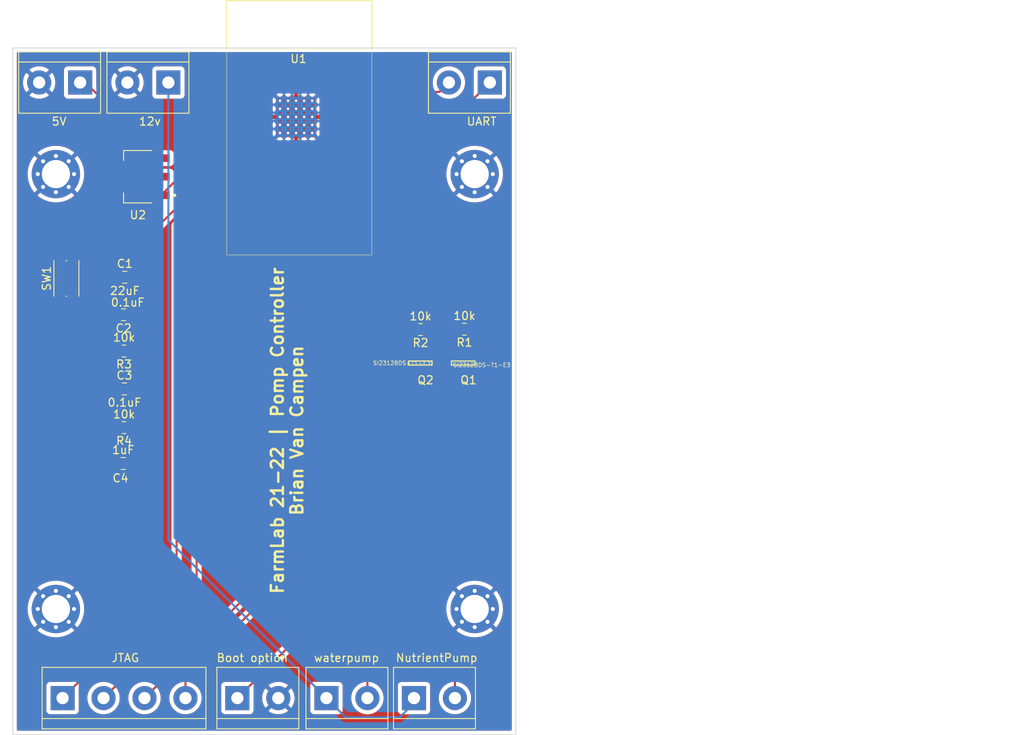
<source format=kicad_pcb>
(kicad_pcb (version 20211014) (generator pcbnew)
  (layers (0 "F.Cu" signal) (31 "B.Cu" signal) (34 "B.Paste" user) (35 "F.Paste" user) (36 "B.SilkS" user "B.Silkscreen") (37 "F.SilkS" user "F.Silkscreen") (38 "B.Mask" user) (39 "F.Mask" user) (44 "Edge.Cuts" user))
  (net 0 "")
  (net 1 "12V")
  (net 2 "BOOT")
  (net 3 "5V")
  (net 4 "MTMS")
  (net 5 "GND")
  (net 6 "MTDI")
  (net 7 "3V3")
  (net 8 "EN")
  (net 9 "Net-(C4-Pad2)")
  (net 12 "TXD0")
  (net 13 "RXD0")
  (net 19 "unconnected-(U1-Pad26)")
  (net 21 "MTCK")
  (net 24 "unconnected-(U1-Pad20)")
  (net 25 "unconnected-(U1-Pad19)")
  (net 28 "MTDO")
  (net 29 "NutrientPump")
  (net 30 "waterpump")
  (net 35 "unconnected-(U1-Pad8)")
  (net 40 "Net-(J2-Pad2)")
  (net 41 "Net-(Q2-Pad3)")
  (footprint "reg1117-3v3:SOT230P700X180-4N" (layer "F.Cu") (at 66.294 45.974 180)
    (fp_text reference "U2" (at -0.025 -4.754) (layer "F.SilkS"))
    (fp_text value "AP7361C-33E-13")
    (fp_line (start -1.75 -3.25) (end 1.75 -3.25) (layer "F.SilkS") (width 0.127))
    (fp_line (start -1.75 3.25) (end 1.75 3.25) (layer "F.SilkS") (width 0.127))
    (fp_line (start 1.75 3.25) (end 1.75 2.01) (layer "F.SilkS") (width 0.127))
    (fp_line (start 1.75 -3.25) (end 1.75 -2.01) (layer "F.SilkS") (width 0.127))
    (fp_circle (center -4.6 -2.3) (end -4.5 -2.3) (layer "F.SilkS") (width 0.2) (fill none))
    (pad "1" smd rect locked (at -2.9 -2.3 90) (size 0.95 2.15) (layers "F.Cu" "F.Paste" "F.Mask") (net 7 "3V3"))
    (pad "2" smd rect locked (at -2.9 0 90) (size 0.95 2.15) (layers "F.Cu" "F.Paste" "F.Mask") (net 5 "GND"))
    (pad "3" smd rect locked (at -2.9 2.3 90) (size 0.95 2.15) (layers "F.Cu" "F.Paste" "F.Mask") (net 3 "5V"))
    (pad "4" smd rect locked (at 2.9 0 90) (size 3.25 2.15) (layers "F.Cu" "F.Paste" "F.Mask") (net 5 "GND"))
  )
  (footprint "TerminalBlock:TerminalBlock_bornier-2_P5.08mm" (layer "F.Cu") (at 89.71 110.65)
    (fp_text reference "J7" hide)
    (fp_text value "waterpump" (at 2.492 -4.986) (layer "F.SilkS"))
    (fp_line (start 7.62 3.81) (end 7.62 -3.81) (layer "F.SilkS") (width 0.12))
    (fp_line (start 7.62 -3.81) (end -2.54 -3.81) (layer "F.SilkS") (width 0.12))
    (fp_line (start -2.54 -3.81) (end -2.54 3.81) (layer "F.SilkS") (width 0.12))
    (fp_line (start 7.62 2.54) (end -2.54 2.54) (layer "F.SilkS") (width 0.12))
    (fp_line (start -2.54 3.81) (end 7.62 3.81) (layer "F.SilkS") (width 0.12))
    (pad "1" thru_hole rect (at 0 0) (size 3 3) (drill 1.52) (layers *.Cu *.Mask) (net 1 "12V"))
    (pad "2" thru_hole circle (at 5.08 0) (size 3 3) (drill 1.52) (layers *.Cu *.Mask) (net 41 "Net-(Q2-Pad3)"))
  )
  (footprint "Resistor_SMD:R_0805_2012Metric" (layer "F.Cu") (at 64.6 67.6 180)
    (fp_text reference "R3" (at 0 -1.65) (layer "F.SilkS"))
    (fp_text value "10k" (at 0 1.69) (layer "F.SilkS"))
    (fp_line (start -0.227064 -0.735) (end 0.227064 -0.735) (layer "F.SilkS") (width 0.12))
    (fp_line (start -0.227064 0.735) (end 0.227064 0.735) (layer "F.SilkS") (width 0.12))
    (pad "1" smd roundrect (at -0.9125 0 180) (size 1.025 1.4) (layers "F.Cu" "F.Paste" "F.Mask") (roundrect_rratio 0.243902439) (net 7 "3V3"))
    (pad "2" smd roundrect (at 0.9125 0 180) (size 1.025 1.4) (layers "F.Cu" "F.Paste" "F.Mask") (roundrect_rratio 0.243902439) (net 8 "EN"))
  )
  (footprint "Button_Switch_SMD:SW_Push_1P1T_NO_CK_KMR2" (layer "F.Cu") (at 57.45 58.6 90)
    (fp_text reference "SW1" (at 0 -2.45 90) (layer "F.SilkS"))
    (fp_text value "SW_Push")
    (fp_line (start 2.2 -1.55) (end -2.2 -1.55) (layer "F.SilkS") (width 0.12))
    (fp_line (start -2.2 0.05) (end -2.2 -0.05) (layer "F.SilkS") (width 0.12))
    (fp_line (start 2.2 0.05) (end 2.2 -0.05) (layer "F.SilkS") (width 0.12))
    (fp_line (start -2.2 1.55) (end 2.2 1.55) (layer "F.SilkS") (width 0.12))
    (pad "1" smd rect (at 2.05 -0.8 90) (size 0.9 1) (layers "F.Cu" "F.Paste" "F.Mask") (net 5 "GND"))
    (pad "1" smd rect (at -2.05 -0.8 90) (size 0.9 1) (layers "F.Cu" "F.Paste" "F.Mask") (net 5 "GND"))
    (pad "2" smd rect (at 2.05 0.8 90) (size 0.9 1) (layers "F.Cu" "F.Paste" "F.Mask") (net 9 "Net-(C4-Pad2)"))
    (pad "2" smd rect (at -2.05 0.8 90) (size 0.9 1) (layers "F.Cu" "F.Paste" "F.Mask") (net 9 "Net-(C4-Pad2)"))
  )
  (footprint "Resistor_SMD:R_0805_2012Metric" (layer "F.Cu") (at 106.83 64.888 180)
    (fp_text reference "R1" (at 0 -1.65) (layer "F.SilkS"))
    (fp_text value "10k" (at 0 1.65) (layer "F.SilkS"))
    (fp_line (start -0.227064 -0.735) (end 0.227064 -0.735) (layer "F.SilkS") (width 0.12))
    (fp_line (start -0.227064 0.735) (end 0.227064 0.735) (layer "F.SilkS") (width 0.12))
    (pad "1" smd roundrect (at -0.9125 0 180) (size 1.025 1.4) (layers "F.Cu" "F.Paste" "F.Mask") (roundrect_rratio 0.243902439) (net 29 "NutrientPump"))
    (pad "2" smd roundrect (at 0.9125 0 180) (size 1.025 1.4) (layers "F.Cu" "F.Paste" "F.Mask") (roundrect_rratio 0.243902439) (net 5 "GND"))
  )
  (footprint "MountingHole:MountingHole_3mm_Pad_Via" (layer "F.Cu") (at 56.15 45.65)
    (fp_text reference "H4")
    (fp_text value "MountingHole_Pad")
    (pad "1" thru_hole circle locked (at 0 -2.25) (size 0.8 0.8) (drill 0.5) (layers *.Cu *.Mask) (net 5 "GND"))
    (pad "1" thru_hole circle locked (at -1.59099 1.59099) (size 0.8 0.8) (drill 0.5) (layers *.Cu *.Mask) (net 5 "GND"))
    (pad "1" thru_hole circle locked (at -1.59099 -1.59099) (size 0.8 0.8) (drill 0.5) (layers *.Cu *.Mask) (net 5 "GND"))
    (pad "1" thru_hole circle locked (at -2.25 0) (size 0.8 0.8) (drill 0.5) (layers *.Cu *.Mask) (net 5 "GND"))
    (pad "1" thru_hole circle locked (at 1.59099 -1.59099) (size 0.8 0.8) (drill 0.5) (layers *.Cu *.Mask) (net 5 "GND"))
    (pad "1" thru_hole circle locked (at 0 0) (size 6 6) (drill 3.5) (layers *.Cu *.Mask) (net 5 "GND"))
    (pad "1" thru_hole circle locked (at 2.25 0) (size 0.8 0.8) (drill 0.5) (layers *.Cu *.Mask) (net 5 "GND"))
    (pad "1" thru_hole circle locked (at 0 2.25) (size 0.8 0.8) (drill 0.5) (layers *.Cu *.Mask) (net 5 "GND"))
    (pad "1" thru_hole circle locked (at 1.59099 1.59099) (size 0.8 0.8) (drill 0.5) (layers *.Cu *.Mask) (net 5 "GND"))
  )
  (footprint "Resistor_SMD:R_0805_2012Metric" (layer "F.Cu") (at 64.6 77.1 180)
    (fp_text reference "R4" (at 0 -1.65) (layer "F.SilkS"))
    (fp_text value "10k" (at 0 1.65) (layer "F.SilkS"))
    (fp_line (start -0.227064 -0.735) (end 0.227064 -0.735) (layer "F.SilkS") (width 0.12))
    (fp_line (start -0.227064 0.735) (end 0.227064 0.735) (layer "F.SilkS") (width 0.12))
    (pad "1" smd roundrect (at -0.9125 0 180) (size 1.025 1.4) (layers "F.Cu" "F.Paste" "F.Mask") (roundrect_rratio 0.243902439) (net 8 "EN"))
    (pad "2" smd roundrect (at 0.9125 0 180) (size 1.025 1.4) (layers "F.Cu" "F.Paste" "F.Mask") (roundrect_rratio 0.243902439) (net 9 "Net-(C4-Pad2)"))
  )
  (footprint "TerminalBlock:TerminalBlock_bornier-2_P5.08mm" (layer "F.Cu") (at 78.66 110.65)
    (fp_text reference "J3" hide)
    (fp_text value "Boot option" (at 1.858 -4.986) (layer "F.SilkS"))
    (fp_line (start -2.54 3.81) (end 7.62 3.81) (layer "F.SilkS") (width 0.12))
    (fp_line (start 7.62 -3.81) (end -2.54 -3.81) (layer "F.SilkS") (width 0.12))
    (fp_line (start -2.54 -3.81) (end -2.54 3.81) (layer "F.SilkS") (width 0.12))
    (fp_line (start 7.62 2.54) (end -2.54 2.54) (layer "F.SilkS") (width 0.12))
    (fp_line (start 7.62 3.81) (end 7.62 -3.81) (layer "F.SilkS") (width 0.12))
    (pad "1" thru_hole rect (at 0 0) (size 3 3) (drill 1.52) (layers *.Cu *.Mask) (net 2 "BOOT"))
    (pad "2" thru_hole circle (at 5.08 0) (size 3 3) (drill 1.52) (layers *.Cu *.Mask) (net 5 "GND"))
  )
  (footprint "TerminalBlock:TerminalBlock_bornier-2_P5.08mm" (layer "F.Cu") (at 59.154 34.29 180)
    (fp_text reference "J6" hide)
    (fp_text value "5V" (at 2.6 -4.826) (layer "F.SilkS"))
    (fp_line (start -2.54 -3.81) (end -2.54 3.81) (layer "F.SilkS") (width 0.12))
    (fp_line (start -2.54 3.81) (end 7.62 3.81) (layer "F.SilkS") (width 0.12))
    (fp_line (start 7.62 -3.81) (end -2.54 -3.81) (layer "F.SilkS") (width 0.12))
    (fp_line (start 7.62 3.81) (end 7.62 -3.81) (layer "F.SilkS") (width 0.12))
    (fp_line (start 7.62 2.54) (end -2.54 2.54) (layer "F.SilkS") (width 0.12))
    (pad "1" thru_hole rect (at 0 0 180) (size 3 3) (drill 1.52) (layers *.Cu *.Mask) (net 3 "5V"))
    (pad "2" thru_hole circle (at 5.08 0 180) (size 3 3) (drill 1.52) (layers *.Cu *.Mask) (net 5 "GND"))
  )
  (footprint "Resistor_SMD:R_0805_2012Metric" (layer "F.Cu") (at 101.38 64.938 180)
    (fp_text reference "R2" (at 0 -1.65) (layer "F.SilkS"))
    (fp_text value "10k" (at 0 1.65) (layer "F.SilkS"))
    (fp_line (start -0.227064 -0.735) (end 0.227064 -0.735) (layer "F.SilkS") (width 0.12))
    (fp_line (start -0.227064 0.735) (end 0.227064 0.735) (layer "F.SilkS") (width 0.12))
    (pad "1" smd roundrect (at -0.9125 0 180) (size 1.025 1.4) (layers "F.Cu" "F.Paste" "F.Mask") (roundrect_rratio 0.243902439) (net 30 "waterpump"))
    (pad "2" smd roundrect (at 0.9125 0 180) (size 1.025 1.4) (layers "F.Cu" "F.Paste" "F.Mask") (roundrect_rratio 0.243902439) (net 5 "GND"))
  )
  (footprint "Capacitor_SMD:C_0805_2012Metric" (layer "F.Cu") (at 64.65 72.3)
    (fp_text reference "C3" (at 0 -1.68) (layer "F.SilkS"))
    (fp_text value "0.1uF" (at 0 1.68) (layer "F.SilkS"))
    (fp_line (start -0.261252 0.735) (end 0.261252 0.735) (layer "F.SilkS") (width 0.12))
    (fp_line (start -0.261252 -0.735) (end 0.261252 -0.735) (layer "F.SilkS") (width 0.12))
    (pad "1" smd roundrect (at -0.95 0) (size 1 1.45) (layers "F.Cu" "F.Paste" "F.Mask") (net 8 "EN"))
    (pad "2" smd roundrect (at 0.95 0) (size 1 1.45) (layers "F.Cu" "F.Paste" "F.Mask") (net 5 "GND"))
  )
  (footprint "Capacitor_SMD:C_0805_2012Metric" (layer "F.Cu") (at 64.7 58.45)
    (fp_text reference "C1" (at 0 -1.68) (layer "F.SilkS"))
    (fp_text value "22uF" (at 0 1.68) (layer "F.SilkS"))
    (fp_line (start -0.261252 0.735) (end 0.261252 0.735) (layer "F.SilkS") (width 0.12))
    (fp_line (start -0.261252 -0.735) (end 0.261252 -0.735) (layer "F.SilkS") (width 0.12))
    (pad "1" smd roundrect (at -0.95 0) (size 1 1.45) (layers "F.Cu" "F.Paste" "F.Mask") (net 5 "GND"))
    (pad "2" smd roundrect (at 0.95 0) (size 1 1.45) (layers "F.Cu" "F.Paste" "F.Mask") (net 7 "3V3"))
  )
  (footprint "Capacitor_SMD:C_0805_2012Metric" (layer "F.Cu") (at 64.55 63.1 180)
    (fp_text reference "C2" (at 0 -1.68) (layer "F.SilkS"))
    (fp_text value "0.1uF" (at -0.5075 1.53) (layer "F.SilkS"))
    (fp_line (start -0.261252 -0.735) (end 0.261252 -0.735) (layer "F.SilkS") (width 0.12))
    (fp_line (start -0.261252 0.735) (end 0.261252 0.735) (layer "F.SilkS") (width 0.12))
    (pad "1" smd roundrect (at -0.95 0 180) (size 1 1.45) (layers "F.Cu" "F.Paste" "F.Mask") (net 7 "3V3"))
    (pad "2" smd roundrect (at 0.95 0 180) (size 1 1.45) (layers "F.Cu" "F.Paste" "F.Mask") (net 5 "GND"))
  )
  (footprint "TerminalBlock:TerminalBlock_bornier-2_P5.08mm" (layer "F.Cu") (at 70.104 34.29 180)
    (fp_text reference "J5" hide)
    (fp_text value "12v" (at 2.3 -4.826) (layer "F.SilkS"))
    (fp_line (start 7.62 -3.81) (end -2.54 -3.81) (layer "F.SilkS") (width 0.12))
    (fp_line (start -2.54 -3.81) (end -2.54 3.81) (layer "F.SilkS") (width 0.12))
    (fp_line (start 7.62 2.54) (end -2.54 2.54) (layer "F.SilkS") (width 0.12))
    (fp_line (start 7.62 3.81) (end 7.62 -3.81) (layer "F.SilkS") (width 0.12))
    (fp_line (start -2.54 3.81) (end 7.62 3.81) (layer "F.SilkS") (width 0.12))
    (pad "1" thru_hole rect (at 0 0 180) (size 3 3) (drill 1.52) (layers *.Cu *.Mask) (net 1 "12V"))
    (pad "2" thru_hole circle (at 5.08 0 180) (size 3 3) (drill 1.52) (layers *.Cu *.Mask) (net 5 "GND"))
  )
  (footprint "esp32-wrover:ESP32-WROVER" (layer "F.Cu") (at 86.345 30.734)
    (fp_text reference "U1" (at -0.1 0.62) (layer "F.SilkS"))
    (fp_text value "ESP32-WROVER" hide)
    (fp_line (start -9 -0.58) (end 9 -0.58) (layer "F.SilkS") (width 0.05))
    (fp_line (start -9 24.95) (end -9 -0.58) (layer "F.SilkS") (width 0.05))
    (fp_line (start 9 -0.58) (end 9 24.95) (layer "F.SilkS") (width 0.05))
    (fp_line (start 9.017 -0.635) (end 9.017 -6.604) (layer "F.SilkS") (width 0.15))
    (fp_line (start 9.017 -6.604) (end -9.017 -6.604) (layer "F.SilkS") (width 0.15))
    (fp_line (start 9 24.95) (end -9 24.95) (layer "F.SilkS") (width 0.05))
    (fp_line (start -9.017 -0.635) (end -9.017 -6.604) (layer "F.SilkS") (width 0.15))
    (pad "1" smd oval locked (at -9 0.91) (size 3 0.9) (layers "F.Cu" "F.Paste" "F.Mask") (net 5 "GND"))
    (pad "2" smd oval locked (at -9 2.18) (size 3 0.9) (layers "F.Cu" "F.Paste" "F.Mask") (net 7 "3V3"))
    (pad "3" smd oval locked (at -9 3.45) (size 3 0.9) (layers "F.Cu" "F.Paste" "F.Mask") (net 8 "EN"))
    (pad "4" smd oval locked (at -9 4.72) (size 3 0.9) (layers "F.Cu" "F.Paste" "F.Mask"))
    (pad "5" smd oval locked (at -9 5.99) (size 3 0.9) (layers "F.Cu" "F.Paste" "F.Mask"))
    (pad "6" smd oval locked (at -9 7.26) (size 3 0.9) (layers "F.Cu" "F.Paste" "F.Mask"))
    (pad "7" smd oval locked (at -9 8.53) (size 3 0.9) (layers "F.Cu" "F.Paste" "F.Mask"))
    (pad "8" smd oval locked (at -9 9.8) (size 3 0.9) (layers "F.Cu" "F.Paste" "F.Mask") (net 35 "unconnected-(U1-Pad8)"))
    (pad "9" smd oval locked (at -9 11.07) (size 3 0.9) (layers "F.Cu" "F.Paste" "F.Mask"))
    (pad "10" smd oval locked (at -9 12.34) (size 3 0.9) (layers "F.Cu" "F.Paste" "F.Mask"))
    (pad "11" smd oval locked (at -9 13.61) (size 3 0.9) (layers "F.Cu" "F.Paste" "F.Mask"))
    (pad "12" smd oval locked (at -9 14.88) (size 3 0.9) (layers "F.Cu" "F.Paste" "F.Mask"))
    (pad "13" smd oval locked (at -9 16.15) (size 3 0.9) (layers "F.Cu" "F.Paste" "F.Mask") (net 4 "MTMS"))
    (pad "14" smd oval locked (at -9 17.42) (size 3 0.9) (layers "F.Cu" "F.Paste" "F.Mask") (net 6 "MTDI"))
    (pad "15" smd oval locked (at -9 18.72) (size 3 0.9) (layers "F.Cu" "F.Paste" "F.Mask") (net 5 "GND"))
    (pad "16" smd oval locked (at -9 19.99) (size 3 0.9) (layers "F.Cu" "F.Paste" "F.Mask") (net 21 "MTCK"))
    (pad "17" smd oval locked (at -9 21.26) (size 3 0.9) (layers "F.Cu" "F.Paste" "F.Mask"))
    (pad "18" smd oval locked (at -9 22.53) (size 3 0.9) (layers "F.Cu" "F.Paste" "F.Mask"))
    (pad "19" smd oval locked (at -9 23.8) (size 3 0.9) (layers "F.Cu" "F.Paste" "F.Mask") (net 25 "unconnected-(U1-Pad19)"))
    (pad "20" smd oval locked (at 9 23.8) (size 3 0.9) (layers "F.Cu" "F.Paste" "F.Mask") (net 24 "unconnected-(U1-Pad20)"))
    (pad "21" smd oval locked (at 9 22.53) (size 3 0.9) (layers "F.Cu" "F.Paste" "F.Mask"))
    (pad "22" smd oval locked (at 9 21.26) (size 3 0.9) (layers "F.Cu" "F.Paste" "F.Mask"))
    (pad "23" smd oval locked (at 9 19.99) (size 3 0.9) (layers "F.Cu" "F.Paste" "F.Mask") (net 28 "MTDO"))
    (pad "24" smd oval locked (at 9 18.72) (size 3 0.9) (layers "F.Cu" "F.Paste" "F.Mask"))
    (pad "25" smd oval locked (at 9.03 17.42) (size 3 0.9) (layers "F.Cu" "F.Paste" "F.Mask") (net 2 "BOOT"))
    (pad "26" smd oval locked (at 9.03 16.15) (size 3 0.9) (layers "F.Cu" "F.Paste" "F.Mask") (net 19 "unconnected-(U1-Pad26)"))
    (pad "27" smd oval locked (at 9.03 14.88) (size 3 0.9) (layers "F.Cu" "F.Paste" "F.Mask"))
    (pad "28" smd oval locked (at 9.03 13.61) (size 3 0.9) (layers "F.Cu" "F.Paste" "F.Mask"))
    (pad "29" smd oval locked (at 9.03 12.34) (size 3 0.9) (layers "F.Cu" "F.Paste" "F.Mask"))
    (pad "30" smd oval locked (at 9.03 11.07) (size 3 0.9) (layers "F.Cu" "F.Paste" "F.Mask") (net 30 "waterpump"))
    (pad "31" smd oval locked (at 9.03 9.8) (size 3 0.9) (layers "F.Cu" "F.Paste" "F.Mask") (net 29 "NutrientPump"))
    (pad "32" smd oval locked (at 9.03 8.53) (size 3 0.9) (layers "F.Cu" "F.Paste" "F.Mask"))
    (pad "33" smd oval locked (at 9.03 7.26) (size 3 0.9) (layers "F.Cu" "F.Paste" "F.Mask"))
    (pad "34" smd oval locked (at 9.03 5.99) (size 3 0.9) (layers "F.Cu" "F.Paste" "F.Mask") (net 12 "TXD0"))
    (pad "35" smd oval locked (at 9.03 4.72) (size 3 0.9) (layers "F.Cu" "F.Paste" "F.Mask") (net 13 "RXD0"))
    (pad "36" smd oval locked (at 9.03 3.45) (size 3 0.9) (layers "F.Cu" "F.Paste" "F.Mask"))
    (pad "37" smd oval locked (at 9.03 2.18) (size 3 0.9) (layers "F.Cu" "F.Paste" "F.Mask"))
    (pad "38" smd oval locked (at 9.03 0.91) (size 3 0.9) (layers "F.Cu" "F.Paste" "F.Mask") (net 5 "GND"))
    (pad "39" thru_hole circle locked (at -0.4 9.82) (size 0.8 0.8) (drill 0.3) (layers *.Cu *.Mask) (net 5 "GND"))
    (pad "39" thru_hole circle locked (at -2.4 9.82) (size 0.8 0.8) (drill 0.3) (layers *.Cu *.Mask) (net 5 "GND"))
    (pad "39" thru_hole circle locked (at -2.4 5.82) (size 0.8 0.8) (drill 0.3) (layers *.Cu *.Mask) (net 5 "GND"))
    (pad "39" thru_hole circle locked (at -1.4 7.82) (size 0.8 0.8) (drill 0.3) (layers *.Cu *.Mask) (net 5 "GND"))
    (pad "39" thru_hole circle locked (at -1.4 6.82) (size 0.8 0.8) (drill 0.3) (layers *.Cu *.Mask) (net 5 "GND"))
    (pad "39" thru_hole circle locked (at 0.6 5.82) (size 0.8 0.8) (drill 0.3) (layers *.Cu *.Mask) (net 5 "GND"))
    (pad "39" thru_hole circle locked (at -2.4 6.82) (size 0.8 0.8) (drill 0.3) (layers *.Cu *.Mask) (net 5 "GND"))
    (pad "39" thru_hole circle locked (at 0.6 7.82) (size 0.8 0.8) (drill 0.3) (layers *.Cu *.Mask) (net 5 "GND"))
    (pad "39" thru_hole circle locked (at -1.4 8.82) (size 0.8 0.8) (drill 0.3) (layers *.Cu *.Mask) (net 5 "GND"))
    (pad "39" smd rect locked (at -0.4 7.83) (size 5 5) (layers "F.Cu" "F.Paste" "F.Mask") (net 5 "GND"))
    (pad "39" thru_hole circle locked (at 0.6 9.82) (size 0.8 0.8) (drill 0.3) (layers *.Cu *.Mask) (net 5 "GND"))
    (pad "39" thru_hole circle locked (at 1.6 8.82) (size 0.8 0.8) (drill 0.3) (layers *.Cu *.Mask) (net 5 "GND"))
    (pad "39" thru_hole circle locked (at -0.4 8.82) (size 0.8 0.8) (drill 0.3) (layers *.Cu *.Mask) (net 5 "GND"))
    (pad "39" thru_hole circle locked (at 1.6 6.82) (size 0.8 0.8) (drill 0.3) (layers *.Cu *.Mask) (net 5 "GND"))
    (pad "39" thru_hole circle locked (at -2.4 8.82) (size 0.8 0.8) (drill 0.3) (layers *.Cu *.Mask) (net 5 "GND"))
    (pad "39" thru_hole circle locked (at 0.6 6.82) (size 0.8 0.8) (drill 0.3) (layers *.Cu *.Mask) (net 5 "GND"))
    (pad "39" thru_hole circle locked (at -1.4 9.82) (size 0.8 0.8) (drill 0.3) (layers *.Cu *.Mask) (net 5 "GND"))
    (pad "39" thru_hole circle locked (at 1.6 5.82) (size 0.8 0.8) (drill 0.3) (layers *.Cu *.Mask) (net 5 "GND"))
    (pad "39" thru_hole circle locked (at 1.6 7.82) (size 0.8 0.8) (drill 0.3) (layers *.Cu *.Mask) (net 5 "GND"))
    (pad "39" thru_hole circle locked (at 0.6 8.82) (size 0.8 0.8) (drill 0.3) (layers *.Cu *.Mask) (net 5 "GND"))
    (pad "39" thru_hole circle locked (at -1.4 5.82) (size 0.8 0.8) (drill 0.3) (layers *.Cu *.Mask) (net 5 "GND"))
    (pad "39" thru_hole circle locked (at -0.4 6.82) (size 0.8 0.8) (drill 0.3) (layers *.Cu *.Mask) (net 5 "GND"))
    (pad "39" thru_hole circle locked (at -0.4 7.82) (size 0.8 0.8) (drill 0.3) (layers *.Cu *.Mask) (net 5 "GND"))
    (pad "39" thru_hole circle locked (at -2.4 7.82) (size 0.8 0.8) (drill 0.3) (layers *.Cu *.Mask) (net 5 "GND"))
    (pad "39" thru_hole circle locked (at 1.6 9.82) (size 0.8 0.8) (drill 0.3) (layers *.Cu *.Mask) (net 5 "GND"))
    (pad "39" thru_hole circle locked (at -0.4 5.82) (size 0.8 0.8) (drill 0.3) (layers *.Cu *.Mask) (net 5 "GND"))
  )
  (footprint "MountingHole:MountingHole_3mm_Pad_Via" (layer "F.Cu") (at 108.1 99.6)
    (fp_text reference "H1")
    (fp_text value "MountingHole_Pad")
    (pad "1" thru_hole circle locked (at 2.25 0) (size 0.8 0.8) (drill 0.5) (layers *.Cu *.Mask) (net 5 "GND"))
    (pad "1" thru_hole circle locked (at 0 0) (size 6 6) (drill 3.5) (layers *.Cu *.Mask) (net 5 "GND"))
    (pad "1" thru_hole circle locked (at 1.59099 -1.59099) (size 0.8 0.8) (drill 0.5) (layers *.Cu *.Mask) (net 5 "GND"))
    (pad "1" thru_hole circle locked (at 0 -2.25) (size 0.8 0.8) (drill 0.5) (layers *.Cu *.Mask) (net 5 "GND"))
    (pad "1" thru_hole circle locked (at 1.59099 1.59099) (size 0.8 0.8) (drill 0.5) (layers *.Cu *.Mask) (net 5 "GND"))
    (pad "1" thru_hole circle locked (at 0 2.25) (size 0.8 0.8) (drill 0.5) (layers *.Cu *.Mask) (net 5 "GND"))
    (pad "1" thru_hole circle locked (at -1.59099 1.59099) (size 0.8 0.8) (drill 0.5) (layers *.Cu *.Mask) (net 5 "GND"))
    (pad "1" thru_hole circle locked (at -1.59099 -1.59099) (size 0.8 0.8) (drill 0.5) (layers *.Cu *.Mask) (net 5 "GND"))
    (pad "1" thru_hole circle locked (at -2.25 0) (size 0.8 0.8) (drill 0.5) (layers *.Cu *.Mask) (net 5 "GND"))
  )
  (footprint "Capacitor_SMD:C_0805_2012Metric" (layer "F.Cu") (at 64.5 81.55 180)
    (fp_text reference "C4" (at 0.34 -1.82) (layer "F.SilkS"))
    (fp_text value "1uF" (at 0 1.68) (layer "F.SilkS"))
    (fp_line (start -0.261252 -0.735) (end 0.261252 -0.735) (layer "F.SilkS") (width 0.12))
    (fp_line (start -0.261252 0.735) (end 0.261252 0.735) (layer "F.SilkS") (width 0.12))
    (pad "1" smd roundrect (at -0.95 0 180) (size 1 1.45) (layers "F.Cu" "F.Paste" "F.Mask") (net 5 "GND"))
    (pad "2" smd roundrect (at 0.95 0 180) (size 1 1.45) (layers "F.Cu" "F.Paste" "F.Mask") (net 9 "Net-(C4-Pad2)"))
  )
  (footprint "TerminalBlock:TerminalBlock_bornier-4_P5.08mm" (layer "F.Cu") (at 56.98 110.65)
    (fp_text reference "J4" hide)
    (fp_text value "JTAG" (at 7.79 -4.986) (layer "F.SilkS"))
    (fp_line (start 17.78 2.54) (end -2.54 2.54) (layer "F.SilkS") (width 0.12))
    (fp_line (start -2.54 3.81) (end 17.78 3.81) (layer "F.SilkS") (width 0.12))
    (fp_line (start 17.78 3.81) (end 17.78 -3.81) (layer "F.SilkS") (width 0.12))
    (fp_line (start -2.54 -3.81) (end -2.54 3.81) (layer "F.SilkS") (width 0.12))
    (fp_line (start -2.54 -3.81) (end 17.78 -3.81) (layer "F.SilkS") (width 0.12))
    (pad "1" thru_hole rect (at 0 0) (size 3 3) (drill 1.52) (layers *.Cu *.Mask) (net 4 "MTMS"))
    (pad "2" thru_hole circle (at 5.08 0) (size 3 3) (drill 1.52) (layers *.Cu *.Mask) (net 6 "MTDI"))
    (pad "3" thru_hole circle (at 10.16 0) (size 3 3) (drill 1.52) (layers *.Cu *.Mask) (net 21 "MTCK"))
    (pad "4" thru_hole circle (at 15.24 0) (size 3 3) (drill 1.52) (layers *.Cu *.Mask) (net 28 "MTDO"))
  )
  (footprint "MountingHole:MountingHole_3mm_Pad_Via" (layer "F.Cu") (at 108.1 45.65)
    (fp_text reference "H3")
    (fp_text value "MountingHole_Pad")
    (pad "1" thru_hole circle locked (at 2.25 0) (size 0.8 0.8) (drill 0.5) (layers *.Cu *.Mask) (net 5 "GND"))
    (pad "1" thru_hole circle locked (at 1.59099 1.59099) (size 0.8 0.8) (drill 0.5) (layers *.Cu *.Mask) (net 5 "GND"))
    (pad "1" thru_hole circle locked (at -1.59099 1.59099) (size 0.8 0.8) (drill 0.5) (layers *.Cu *.Mask) (net 5 "GND"))
    (pad "1" thru_hole circle locked (at -1.59099 -1.59099) (size 0.8 0.8) (drill 0.5) (layers *.Cu *.Mask) (net 5 "GND"))
    (pad "1" thru_hole circle locked (at 1.59099 -1.59099) (size 0.8 0.8) (drill 0.5) (layers *.Cu *.Mask) (net 5 "GND"))
    (pad "1" thru_hole circle locked (at 0 2.25) (size 0.8 0.8) (drill 0.5) (layers *.Cu *.Mask) (net 5 "GND"))
    (pad "1" thru_hole circle locked (at -2.25 0) (size 0.8 0.8) (drill 0.5) (layers *.Cu *.Mask) (net 5 "GND"))
    (pad "1" thru_hole circle locked (at 0 0) (size 6 6) (drill 3.5) (layers *.Cu *.Mask) (net 5 "GND"))
    (pad "1" thru_hole circle locked (at 0 -2.25) (size 0.8 0.8) (drill 0.5) (layers *.Cu *.Mask) (net 5 "GND"))
  )
  (footprint "eec:Vishay-SI2312BDS-T1-E3-0" (layer "F.Cu") (at 106.68 69.088 180)
    (fp_text reference "Q1" (at -1.75 -2.125) (layer "F.SilkS") (effects (justify right)))
    (fp_text value "SI2312BDS-T1-E3" (at 7.62 0) (layer "F.SilkS") (effects (font (size 0.5 0.5) (thickness 0.075))))
    (fp_line (start -1.46 -0.2475) (end 1.46 -0.2475) (layer "F.SilkS") (width 0.15))
    (fp_line (start 1.46 -0.2475) (end 1.46 0.2475) (layer "F.SilkS") (width 0.15))
    (fp_line (start 1.46 0.2475) (end -1.46 0.2475) (layer "F.SilkS") (width 0.15))
    (fp_line (start -1.46 0.2475) (end -1.46 -0.2475) (layer "F.SilkS") (width 0.15))
    (pad "1" smd rect locked (at -0.95 0.9845 180) (size 0.559 0.724) (layers "F.Cu" "F.Paste" "F.Mask") (net 29 "NutrientPump"))
    (pad "2" smd rect locked (at 0.95 0.9845 180) (size 0.559 0.724) (layers "F.Cu" "F.Paste" "F.Mask") (net 5 "GND"))
    (pad "3" smd rect locked (at 0 -0.9845 180) (size 0.559 0.724) (layers "F.Cu" "F.Paste" "F.Mask") (net 40 "Net-(J2-Pad2)"))
  )
  (footprint "TerminalBlock:TerminalBlock_bornier-2_P5.08mm" (layer "F.Cu") (at 100.57 110.65)
    (fp_text reference "J2" hide)
    (fp_text value "NutrientPump" (at 2.808 -4.986) (layer "F.SilkS"))
    (fp_line (start 7.62 3.81) (end 7.62 -3.81) (layer "F.SilkS") (width 0.12))
    (fp_line (start -2.54 -3.81) (end -2.54 3.81) (layer "F.SilkS") (width 0.12))
    (fp_line (start -2.54 3.81) (end 7.62 3.81) (layer "F.SilkS") (width 0.12))
    (fp_line (start 7.62 -3.81) (end -2.54 -3.81) (layer "F.SilkS") (width 0.12))
    (fp_line (start 7.62 2.54) (end -2.54 2.54) (layer "F.SilkS") (width 0.12))
    (pad "1" thru_hole rect (at 0 0) (size 3 3) (drill 1.52) (layers *.Cu *.Mask) (net 1 "12V"))
    (pad "2" thru_hole circle (at 5.08 0) (size 3 3) (drill 1.52) (layers *.Cu *.Mask) (net 40 "Net-(J2-Pad2)"))
  )
  (footprint "TerminalBlock:TerminalBlock_bornier-2_P5.08mm" (layer "F.Cu") (at 109.982 34.29 180)
    (fp_text reference "J1")
    (fp_text value "UART" (at 1.016 -4.826) (layer "F.SilkS"))
    (fp_line (start 7.62 2.54) (end -2.54 2.54) (layer "F.SilkS") (width 0.12))
    (fp_line (start -2.54 -3.81) (end -2.54 3.81) (layer "F.SilkS") (width 0.12))
    (fp_line (start 7.62 -3.81) (end -2.54 -3.81) (layer "F.SilkS") (width 0.12))
    (fp_line (start 7.62 3.81) (end 7.62 -3.81) (layer "F.SilkS") (width 0.12))
    (fp_line (start -2.54 3.81) (end 7.62 3.81) (layer "F.SilkS") (width 0.12))
    (pad "1" thru_hole rect (at 0 0 180) (size 3 3) (drill 1.52) (layers *.Cu *.Mask) (net 12 "TXD0"))
    (pad "2" thru_hole circle (at 5.08 0 180) (size 3 3) (drill 1.52) (layers *.Cu *.Mask) (net 13 "RXD0"))
  )
  (footprint "eec:Vishay-SI2312BDS-T1-E3-0" (layer "F.Cu") (at 101.346 69.088 180)
    (fp_text reference "Q2" (at -1.75 -2.125) (layer "F.SilkS") (effects (justify right)))
    (fp_text value "SI2312BDS-T1-E3" (at -7.62 -0.2475) (layer "F.SilkS") (effects (font (size 0.5 0.5) (thickness 0.075))))
    (fp_line (start 1.46 0.2475) (end -1.46 0.2475) (layer "F.SilkS") (width 0.15))
    (fp_line (start -1.46 0.2475) (end -1.46 -0.2475) (layer "F.SilkS") (width 0.15))
    (fp_line (start 1.46 -0.2475) (end 1.46 0.2475) (layer "F.SilkS") (width 0.15))
    (fp_line (start -1.46 -0.2475) (end 1.46 -0.2475) (layer "F.SilkS") (width 0.15))
    (pad "1" smd rect locked (at -0.95 0.9845 180) (size 0.559 0.724) (layers "F.Cu" "F.Paste" "F.Mask") (net 30 "waterpump"))
    (pad "2" smd rect locked (at 0.95 0.9845 180) (size 0.559 0.724) (layers "F.Cu" "F.Paste" "F.Mask") (net 5 "GND"))
    (pad "3" smd rect locked (at 0 -0.9845 180) (size 0.559 0.724) (layers "F.Cu" "F.Paste" "F.Mask") (net 41 "Net-(Q2-Pad3)"))
  )
  (footprint "MountingHole:MountingHole_3mm_Pad_Via" (layer "F.Cu") (at 56.15 99.6)
    (fp_text reference "H2")
    (fp_text value "MountingHole_Pad")
    (pad "1" thru_hole circle locked (at 0 -2.25) (size 0.8 0.8) (drill 0.5) (layers *.Cu *.Mask) (net 5 "GND"))
    (pad "1" thru_hole circle locked (at 0 2.25) (size 0.8 0.8) (drill 0.5) (layers *.Cu *.Mask) (net 5 "GND"))
    (pad "1" thru_hole circle locked (at 1.59099 1.59099) (size 0.8 0.8) (drill 0.5) (layers *.Cu *.Mask) (net 5 "GND"))
    (pad "1" thru_hole circle locked (at 0 0) (size 6 6) (drill 3.5) (layers *.Cu *.Mask) (net 5 "GND"))
    (pad "1" thru_hole circle locked (at -1.59099 -1.59099) (size 0.8 0.8) (drill 0.5) (layers *.Cu *.Mask) (net 5 "GND"))
    (pad "1" thru_hole circle locked (at -1.59099 1.59099) (size 0.8 0.8) (drill 0.5) (layers *.Cu *.Mask) (net 5 "GND"))
    (pad "1" thru_hole circle locked (at -2.25 0) (size 0.8 0.8) (drill 0.5) (layers *.Cu *.Mask) (net 5 "GND"))
    (pad "1" thru_hole circle locked (at 2.25 0) (size 0.8 0.8) (drill 0.5) (layers *.Cu *.Mask) (net 5 "GND"))
    (pad "1" thru_hole circle locked (at 1.59099 -1.59099) (size 0.8 0.8) (drill 0.5) (layers *.Cu *.Mask) (net 5 "GND"))
  )
  (gr_line locked (start 50.8 115.2) (end 50.8 30) (layer "Edge.Cuts") (width 0.1))
  (gr_line locked (start 50.8 30) (end 113.2 30) (layer "Edge.Cuts") (width 0.1))
  (gr_line locked (start 113.2 115.2) (end 113.2 30) (layer "Edge.Cuts") (width 0.1))
  (gr_line locked (start 50.8 115.2) (end 113.2 115.2) (layer "Edge.Cuts") (width 0.1))
  (gr_text "FarmLab 21-22 | Pomp Controller\nBrian Van Campen\n" (at 84.836 77.47 90) (layer "F.SilkS") (effects (font (size 1.5 1.5) (thickness 0.3))))
  (segment (start 70.104 91.044) (end 89.71 110.65) (width 0.25) (layer "B.Cu") (net 1))
  (segment (start 89.71 110.65) (end 92.09 113.03) (width 0.25) (layer "B.Cu") (net 1))
  (segment (start 92.09 113.03) (end 98.806 113.03) (width 0.25) (layer "B.Cu") (net 1))
  (segment (start 100.57 111.266) (end 100.57 110.65) (width 0.25) (layer "B.Cu") (net 1))
  (segment (start 70.104 34.29) (end 70.104 91.044) (width 0.25) (layer "B.Cu") (net 1))
  (segment (start 98.806 113.03) (end 100.57 111.266) (width 0.25) (layer "B.Cu") (net 1))
  (segment (start 95.375 48.014) (end 96.250336 48.014) (width 0.25) (layer "F.Cu") (net 2))
  (segment (start 99.314 51.043) (end 96.425 48.154) (width 0.25) (layer "F.Cu") (net 2))
  (segment (start 97.16952 92.14048) (end 97.16952 63.61248) (width 0.25) (layer "F.Cu") (net 2))
  (segment (start 96.425 48.154) (end 95.375 48.154) (width 0.25) (layer "F.Cu") (net 2))
  (segment (start 78.66 110.65) (end 97.16952 92.14048) (width 0.25) (layer "F.Cu") (net 2))
  (segment (start 97.16952 63.61248) (end 99.314 61.468) (width 0.25) (layer "F.Cu") (net 2))
  (segment (start 99.314 61.468) (end 99.314 51.043) (width 0.25) (layer "F.Cu") (net 2))
  (segment (start 59.82 34.3) (end 69.194 43.674) (width 0.25) (layer "F.Cu") (net 3))
  (segment (start 59.154 34.3) (end 59.82 34.3) (width 0.25) (layer "F.Cu") (net 3))
  (segment (start 56.98 110.65) (end 71.12 96.51) (width 0.25) (layer "F.Cu") (net 4))
  (segment (start 71.12 96.51) (end 71.12 52.059) (width 0.25) (layer "F.Cu") (net 4))
  (segment (start 71.12 52.059) (end 76.295 46.884) (width 0.25) (layer "F.Cu") (net 4))
  (segment (start 76.295 46.884) (end 77.345 46.884) (width 0.25) (layer "F.Cu") (net 4))
  (segment (start 73.60152 50.84748) (end 76.295 48.154) (width 0.25) (layer "F.Cu") (net 6))
  (segment (start 62.06 110.65) (end 73.60152 99.10848) (width 0.25) (layer "F.Cu") (net 6))
  (segment (start 76.295 48.154) (end 77.345 48.154) (width 0.25) (layer "F.Cu") (net 6))
  (segment (start 73.60152 99.10848) (end 73.60152 50.84748) (width 0.25) (layer "F.Cu") (net 6))
  (segment (start 72.644 36.565) (end 76.295 32.914) (width 0.25) (layer "F.Cu") (net 7))
  (segment (start 69.194 51.106) (end 65.65 54.65) (width 0.25) (layer "F.Cu") (net 7))
  (segment (start 65.5 63.1) (end 65.5125 63.1125) (width 0.25) (layer "F.Cu") (net 7))
  (segment (start 69.194 48.274) (end 72.644 44.824) (width 0.25) (layer "F.Cu") (net 7))
  (segment (start 65.5125 63.1125) (end 65.5125 67.6) (width 0.25) (layer "F.Cu") (net 7))
  (segment (start 69.194 48.274) (end 69.194 51.106) (width 0.25) (layer "F.Cu") (net 7))
  (segment (start 65.65 54.65) (end 65.65 58.45) (width 0.25) (layer "F.Cu") (net 7))
  (segment (start 72.644 44.824) (end 72.644 36.565) (width 0.25) (layer "F.Cu") (net 7))
  (segment (start 76.295 32.914) (end 77.345 32.914) (width 0.25) (layer "F.Cu") (net 7))
  (segment (start 65.65 58.45) (end 65.65 62.95) (width 0.25) (layer "F.Cu") (net 7))
  (segment (start 65.65 62.95) (end 65.5 63.1) (width 0.25) (layer "F.Cu") (net 7))
  (segment (start 67.564 53.371718) (end 73.09352 47.842198) (width 0.25) (layer "F.Cu") (net 8))
  (segment (start 63.6875 69.5295) (end 65.8525 69.5295) (width 0.25) (layer "F.Cu") (net 8))
  (segment (start 63.6875 69.7125) (end 63.6875 72.2875) (width 0.25) (layer "F.Cu") (net 8))
  (segment (start 63.7 72.3) (end 63.7 75.2875) (width 0.25) (layer "F.Cu") (net 8))
  (segment (start 73.09352 37.560144) (end 76.469664 34.184) (width 0.25) (layer "F.Cu") (net 8))
  (segment (start 63.6875 67.6) (end 63.6875 69.5295) (width 0.25) (layer "F.Cu") (net 8))
  (segment (start 63.6875 72.2875) (end 63.7 72.3) (width 0.25) (layer "F.Cu") (net 8))
  (segment (start 63.6875 69.5295) (end 63.6875 69.7125) (width 0.25) (layer "F.Cu") (net 8))
  (segment (start 67.564 67.818) (end 67.564 53.371718) (width 0.25) (layer "F.Cu") (net 8))
  (segment (start 65.8525 69.5295) (end 67.564 67.818) (width 0.25) (layer "F.Cu") (net 8))
  (segment (start 76.469664 34.184) (end 77.345 34.184) (width 0.25) (layer "F.Cu") (net 8))
  (segment (start 73.09352 47.842198) (end 73.09352 37.560144) (width 0.25) (layer "F.Cu") (net 8))
  (segment (start 63.7 75.2875) (end 65.5125 77.1) (width 0.25) (layer "F.Cu") (net 8))
  (segment (start 63.6875 77.1) (end 63.6875 81.4125) (width 0.25) (layer "F.Cu") (net 9))
  (segment (start 58.25 56.55) (end 58.25 60.65) (width 0.25) (layer "F.Cu") (net 9))
  (segment (start 63.6875 77.1) (end 58.25 71.6625) (width 0.25) (layer "F.Cu") (net 9))
  (segment (start 63.6875 81.4125) (end 63.55 81.55) (width 0.25) (layer "F.Cu") (net 9))
  (segment (start 58.25 71.6625) (end 58.25 60.65) (width 0.25) (layer "F.Cu") (net 9))
  (segment (start 107.548 36.724) (end 95.375 36.724) (width 0.25) (layer "F.Cu") (net 12))
  (segment (start 109.982 34.29) (end 107.548 36.724) (width 0.25) (layer "F.Cu") (net 12))
  (segment (start 104.902 34.29) (end 103.738 35.454) (width 0.25) (layer "F.Cu") (net 13))
  (segment (start 103.738 35.454) (end 95.375 35.454) (width 0.25) (layer "F.Cu") (net 13))
  (segment (start 95.375 46.744) (end 96.425 46.744) (width 0.25) (layer "F.Cu") (net 19))
  (segment (start 78.395 50.724) (end 77.345 50.724) (width 0.25) (layer "F.Cu") (net 21))
  (segment (start 80.264 97.526) (end 80.264 52.593) (width 0.25) (layer "F.Cu") (net 21))
  (segment (start 80.264 52.593) (end 78.395 50.724) (width 0.25) (layer "F.Cu") (net 21))
  (segment (start 67.14 110.65) (end 80.264 97.526) (width 0.25) (layer "F.Cu") (net 21))
  (segment (start 96.425 54.364) (end 95.375 54.364) (width 0.25) (layer "F.Cu") (net 24))
  (segment (start 75.938 54.364) (end 77.345 54.364) (width 0.25) (layer "F.Cu") (net 25))
  (segment (start 94.295 50.724) (end 89.408 55.611) (width 0.25) (layer "F.Cu") (net 28))
  (segment (start 89.408 55.611) (end 89.408 90.932) (width 0.25) (layer "F.Cu") (net 28))
  (segment (start 95.345 50.724) (end 94.295 50.724) (width 0.25) (layer "F.Cu") (net 28))
  (segment (start 89.408 90.932) (end 72.22 108.12) (width 0.25) (layer "F.Cu") (net 28))
  (segment (start 72.22 108.12) (end 72.22 110.65) (width 0.25) (layer "F.Cu") (net 28))
  (segment (start 107.7425 64.888) (end 107.7425 51.8515) (width 0.25) (layer "F.Cu") (net 29))
  (segment (start 107.7425 51.8515) (end 96.425 40.534) (width 0.25) (layer "F.Cu") (net 29))
  (segment (start 107.7425 64.888) (end 107.63 65.0005) (width 0.25) (layer "F.Cu") (net 29))
  (segment (start 96.425 40.534) (end 95.375 40.534) (width 0.25) (layer "F.Cu") (net 29))
  (segment (start 107.63 65.0005) (end 107.63 68.1035) (width 0.25) (layer "F.Cu") (net 29))
  (segment (start 102.2925 64.938) (end 102.296 64.9415) (width 0.25) (layer "F.Cu") (net 30))
  (segment (start 102.2925 64.938) (end 102.2925 47.6715) (width 0.25) (layer "F.Cu") (net 30))
  (segment (start 96.425 41.804) (end 95.375 41.804) (width 0.25) (layer "F.Cu") (net 30))
  (segment (start 102.2925 47.6715) (end 96.425 41.804) (width 0.25) (layer "F.Cu") (net 30))
  (segment (start 102.296 64.9415) (end 102.296 68.1035) (width 0.25) (layer "F.Cu") (net 30))
  (segment (start 77.345 40.394) (end 76.295 40.394) (width 0.25) (layer "F.Cu") (net 35))
  (segment (start 105.65 108.19) (end 105.65 110.65) (width 0.25) (layer "F.Cu") (net 40))
  (segment (start 106.68 70.0725) (end 106.68 94.234) (width 0.25) (layer "F.Cu") (net 40))
  (segment (start 104.394 106.934) (end 105.65 108.19) (width 0.25) (layer "F.Cu") (net 40))
  (segment (start 104.394 96.52) (end 104.394 106.934) (width 0.25) (layer "F.Cu") (net 40))
  (segment (start 106.68 94.234) (end 104.394 96.52) (width 0.25) (layer "F.Cu") (net 40))
  (segment (start 101.346 98.044) (end 94.79 104.6) (width 0.25) (layer "F.Cu") (net 41))
  (segment (start 101.346 70.0725) (end 101.346 98.044) (width 0.25) (layer "F.Cu") (net 41))
  (segment (start 94.79 104.6) (end 94.79 110.65) (width 0.25) (layer "F.Cu") (net 41))
  (zone (net 5) (net_name "GND") (layers F&B.Cu) (connect_pads (clearance 0.508)) (min_thickness 0.254) (fill yes (thermal_gap 0.508) (thermal_bridge_width 0.508))
    (polygon (pts (xy 113.157 115.189) (xy 50.8 115.189) (xy 50.8 30.099) (xy 113.157 30.099)))
  )
)
</source>
